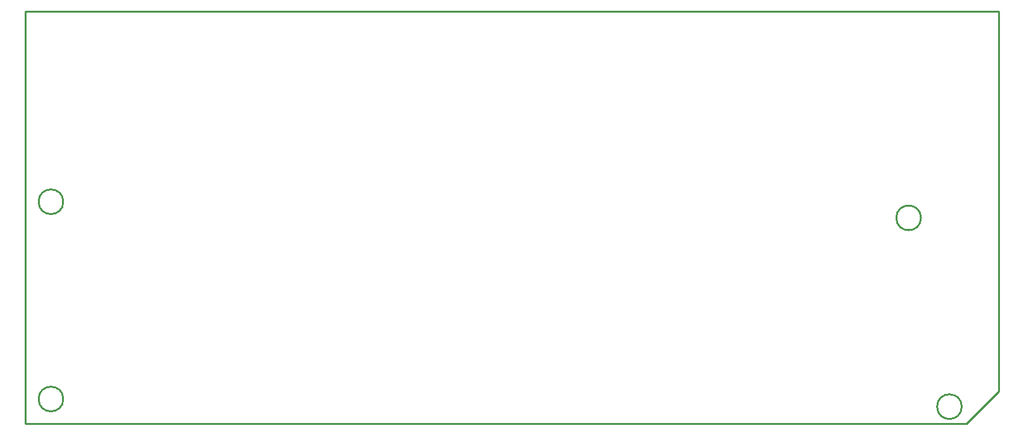
<source format=gko>
G04*
G04 #@! TF.GenerationSoftware,Altium Limited,Altium Designer,21.6.4 (81)*
G04*
G04 Layer_Color=16711935*
%FSLAX44Y44*%
%MOMM*%
G71*
G04*
G04 #@! TF.SameCoordinates,35F2EB46-45B6-4E83-8094-EA5E86E84025*
G04*
G04*
G04 #@! TF.FilePolarity,Positive*
G04*
G01*
G75*
%ADD12C,0.2540*%
D12*
X50800Y297180D02*
G03*
X50800Y297180I-16510J0D01*
G01*
Y33020D02*
G03*
X50800Y33020I-16510J0D01*
G01*
X1253490Y22860D02*
G03*
X1253490Y22860I-16510J0D01*
G01*
X1198880Y275590D02*
G03*
X1198880Y275590I-16510J0D01*
G01*
X0Y0D02*
Y552450D01*
Y0D02*
X1259840D01*
X1303020Y43180D01*
Y552450D01*
X0D02*
X1303020D01*
M02*

</source>
